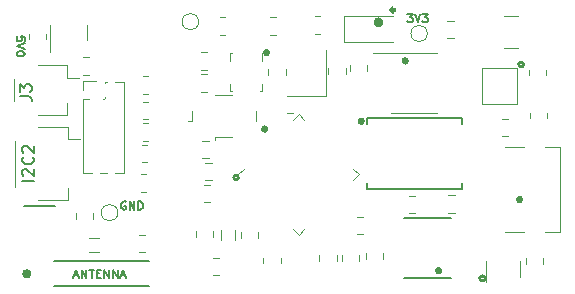
<source format=gbr>
%TF.GenerationSoftware,KiCad,Pcbnew,(6.0.7)*%
%TF.CreationDate,2022-10-28T10:56:42+02:00*%
%TF.ProjectId,LDAD ATOM PRO,4c444144-2041-4544-9f4d-2050524f2e6b,5.3*%
%TF.SameCoordinates,Original*%
%TF.FileFunction,Legend,Top*%
%TF.FilePolarity,Positive*%
%FSLAX46Y46*%
G04 Gerber Fmt 4.6, Leading zero omitted, Abs format (unit mm)*
G04 Created by KiCad (PCBNEW (6.0.7)) date 2022-10-28 10:56:42*
%MOMM*%
%LPD*%
G01*
G04 APERTURE LIST*
%ADD10C,0.280000*%
%ADD11C,0.340000*%
%ADD12C,0.150000*%
%ADD13C,0.120000*%
%ADD14C,0.127000*%
%ADD15C,0.381000*%
%ADD16C,0.300000*%
%ADD17C,0.200000*%
G04 APERTURE END LIST*
D10*
X152501050Y-107610000D02*
G75*
G03*
X152501050Y-107610000I-191050J0D01*
G01*
D11*
X147470799Y-86590000D02*
G75*
G03*
X147470799Y-86590000I-250799J0D01*
G01*
D10*
X149671050Y-89850000D02*
G75*
G03*
X149671050Y-89850000I-191050J0D01*
G01*
X137931050Y-89150000D02*
G75*
G03*
X137931050Y-89150000I-191050J0D01*
G01*
X156248694Y-108268951D02*
G75*
G03*
X156248694Y-108268951I-218694J0D01*
G01*
X159351050Y-101590000D02*
G75*
G03*
X159351050Y-101590000I-191050J0D01*
G01*
X145951050Y-94970000D02*
G75*
G03*
X145951050Y-94970000I-191050J0D01*
G01*
X135361050Y-99730000D02*
G75*
G03*
X135361050Y-99730000I-191050J0D01*
G01*
X159501050Y-90160000D02*
G75*
G03*
X159501050Y-90160000I-191050J0D01*
G01*
X137771050Y-95630000D02*
G75*
G03*
X137771050Y-95630000I-191050J0D01*
G01*
D12*
X117273333Y-88143333D02*
X117273333Y-87810000D01*
X116940000Y-87776666D01*
X116973333Y-87810000D01*
X117006666Y-87876666D01*
X117006666Y-88043333D01*
X116973333Y-88110000D01*
X116940000Y-88143333D01*
X116873333Y-88176666D01*
X116706666Y-88176666D01*
X116640000Y-88143333D01*
X116606666Y-88110000D01*
X116573333Y-88043333D01*
X116573333Y-87876666D01*
X116606666Y-87810000D01*
X116640000Y-87776666D01*
X117273333Y-88376666D02*
X116573333Y-88610000D01*
X117273333Y-88843333D01*
X117273333Y-89210000D02*
X117273333Y-89276666D01*
X117240000Y-89343333D01*
X117206666Y-89376666D01*
X117140000Y-89410000D01*
X117006666Y-89443333D01*
X116840000Y-89443333D01*
X116706666Y-89410000D01*
X116640000Y-89376666D01*
X116606666Y-89343333D01*
X116573333Y-89276666D01*
X116573333Y-89210000D01*
X116606666Y-89143333D01*
X116640000Y-89110000D01*
X116706666Y-89076666D01*
X116840000Y-89043333D01*
X117006666Y-89043333D01*
X117140000Y-89076666D01*
X117206666Y-89110000D01*
X117240000Y-89143333D01*
X117273333Y-89210000D01*
X121460000Y-108016666D02*
X121793333Y-108016666D01*
X121393333Y-108216666D02*
X121626666Y-107516666D01*
X121860000Y-108216666D01*
X122093333Y-108216666D02*
X122093333Y-107516666D01*
X122493333Y-108216666D01*
X122493333Y-107516666D01*
X122726666Y-107516666D02*
X123126666Y-107516666D01*
X122926666Y-108216666D02*
X122926666Y-107516666D01*
X123360000Y-107850000D02*
X123593333Y-107850000D01*
X123693333Y-108216666D02*
X123360000Y-108216666D01*
X123360000Y-107516666D01*
X123693333Y-107516666D01*
X123993333Y-108216666D02*
X123993333Y-107516666D01*
X124393333Y-108216666D01*
X124393333Y-107516666D01*
X124726666Y-108216666D02*
X124726666Y-107516666D01*
X125126666Y-108216666D01*
X125126666Y-107516666D01*
X125426666Y-108016666D02*
X125760000Y-108016666D01*
X125360000Y-108216666D02*
X125593333Y-107516666D01*
X125826666Y-108216666D01*
X149673333Y-85866666D02*
X150106666Y-85866666D01*
X149873333Y-86133333D01*
X149973333Y-86133333D01*
X150040000Y-86166666D01*
X150073333Y-86200000D01*
X150106666Y-86266666D01*
X150106666Y-86433333D01*
X150073333Y-86500000D01*
X150040000Y-86533333D01*
X149973333Y-86566666D01*
X149773333Y-86566666D01*
X149706666Y-86533333D01*
X149673333Y-86500000D01*
X150306666Y-85866666D02*
X150540000Y-86566666D01*
X150773333Y-85866666D01*
X150940000Y-85866666D02*
X151373333Y-85866666D01*
X151140000Y-86133333D01*
X151240000Y-86133333D01*
X151306666Y-86166666D01*
X151340000Y-86200000D01*
X151373333Y-86266666D01*
X151373333Y-86433333D01*
X151340000Y-86500000D01*
X151306666Y-86533333D01*
X151240000Y-86566666D01*
X151040000Y-86566666D01*
X150973333Y-86533333D01*
X150940000Y-86500000D01*
X125816666Y-101780000D02*
X125750000Y-101746666D01*
X125650000Y-101746666D01*
X125550000Y-101780000D01*
X125483333Y-101846666D01*
X125450000Y-101913333D01*
X125416666Y-102046666D01*
X125416666Y-102146666D01*
X125450000Y-102280000D01*
X125483333Y-102346666D01*
X125550000Y-102413333D01*
X125650000Y-102446666D01*
X125716666Y-102446666D01*
X125816666Y-102413333D01*
X125850000Y-102380000D01*
X125850000Y-102146666D01*
X125716666Y-102146666D01*
X126150000Y-102446666D02*
X126150000Y-101746666D01*
X126550000Y-102446666D01*
X126550000Y-101746666D01*
X126883333Y-102446666D02*
X126883333Y-101746666D01*
X127050000Y-101746666D01*
X127150000Y-101780000D01*
X127216666Y-101846666D01*
X127250000Y-101913333D01*
X127283333Y-102046666D01*
X127283333Y-102146666D01*
X127250000Y-102280000D01*
X127216666Y-102346666D01*
X127150000Y-102413333D01*
X127050000Y-102446666D01*
X126883333Y-102446666D01*
%TO.C,I2C2*%
X118052380Y-100002380D02*
X117052380Y-100002380D01*
X117147619Y-99573809D02*
X117100000Y-99526190D01*
X117052380Y-99430952D01*
X117052380Y-99192857D01*
X117100000Y-99097619D01*
X117147619Y-99050000D01*
X117242857Y-99002380D01*
X117338095Y-99002380D01*
X117480952Y-99050000D01*
X118052380Y-99621428D01*
X118052380Y-99002380D01*
X117957142Y-98002380D02*
X118004761Y-98050000D01*
X118052380Y-98192857D01*
X118052380Y-98288095D01*
X118004761Y-98430952D01*
X117909523Y-98526190D01*
X117814285Y-98573809D01*
X117623809Y-98621428D01*
X117480952Y-98621428D01*
X117290476Y-98573809D01*
X117195238Y-98526190D01*
X117100000Y-98430952D01*
X117052380Y-98288095D01*
X117052380Y-98192857D01*
X117100000Y-98050000D01*
X117147619Y-98002380D01*
X117147619Y-97621428D02*
X117100000Y-97573809D01*
X117052380Y-97478571D01*
X117052380Y-97240476D01*
X117100000Y-97145238D01*
X117147619Y-97097619D01*
X117242857Y-97050000D01*
X117338095Y-97050000D01*
X117480952Y-97097619D01*
X118052380Y-97669047D01*
X118052380Y-97050000D01*
%TO.C,J3*%
X116852380Y-92843333D02*
X117566666Y-92843333D01*
X117709523Y-92890952D01*
X117804761Y-92986190D01*
X117852380Y-93129047D01*
X117852380Y-93224285D01*
X116852380Y-92462380D02*
X116852380Y-91843333D01*
X117233333Y-92176666D01*
X117233333Y-92033809D01*
X117280952Y-91938571D01*
X117328571Y-91890952D01*
X117423809Y-91843333D01*
X117661904Y-91843333D01*
X117757142Y-91890952D01*
X117804761Y-91938571D01*
X117852380Y-92033809D01*
X117852380Y-92319523D01*
X117804761Y-92414761D01*
X117757142Y-92462380D01*
%TO.C,*%
D13*
%TO.C,I2C2*%
X116455000Y-96610000D02*
X116455000Y-100490000D01*
X118425000Y-95440000D02*
X120925000Y-95440000D01*
X118425000Y-101660000D02*
X120925000Y-101660000D01*
X120925000Y-95440000D02*
X120925000Y-96490000D01*
X120925000Y-101660000D02*
X120925000Y-100610000D01*
X120925000Y-96490000D02*
X121915000Y-96490000D01*
%TO.C,J3*%
X120865000Y-91280000D02*
X121855000Y-91280000D01*
X118365000Y-94450000D02*
X120865000Y-94450000D01*
X120865000Y-94450000D02*
X120865000Y-93400000D01*
X118365000Y-90230000D02*
X120865000Y-90230000D01*
X116395000Y-91400000D02*
X116395000Y-93280000D01*
X120865000Y-90230000D02*
X120865000Y-91280000D01*
%TO.C,EC20*%
X133225000Y-104278748D02*
X133225000Y-104801252D01*
X131755000Y-104278748D02*
X131755000Y-104801252D01*
%TO.C,EC18*%
X142225000Y-106801252D02*
X142225000Y-106278748D01*
X143695000Y-106801252D02*
X143695000Y-106278748D01*
%TO.C,AUC1*%
X147595000Y-106138748D02*
X147595000Y-106661252D01*
X146125000Y-106138748D02*
X146125000Y-106661252D01*
%TO.C,AR1*%
X161425000Y-90622936D02*
X161425000Y-91077064D01*
X159955000Y-90622936D02*
X159955000Y-91077064D01*
%TO.C,EC25*%
X149828748Y-102745000D02*
X150351252Y-102745000D01*
X149828748Y-101275000D02*
X150351252Y-101275000D01*
%TO.C,LR1*%
X141812936Y-86075000D02*
X142267064Y-86075000D01*
X141812936Y-87545000D02*
X142267064Y-87545000D01*
%TO.C,ECY3*%
X134820000Y-96312500D02*
X133420000Y-96312500D01*
X133420000Y-96312500D02*
X133420000Y-96552500D01*
X133420000Y-92712500D02*
X134820000Y-92712500D01*
X131120000Y-94912500D02*
X131420000Y-94912500D01*
X131420000Y-94912500D02*
X131420000Y-94112500D01*
X136820000Y-94112500D02*
X136820000Y-94912500D01*
%TO.C,EC60*%
X132741252Y-92465000D02*
X132218748Y-92465000D01*
X132741252Y-90995000D02*
X132218748Y-90995000D01*
%TO.C,EC61*%
X132841252Y-96615000D02*
X132318748Y-96615000D01*
X132841252Y-98085000D02*
X132318748Y-98085000D01*
%TO.C,J1*%
X123868471Y-93085000D02*
X124011529Y-93085000D01*
X122175000Y-92325000D02*
X122175000Y-91565000D01*
X123612530Y-99370000D02*
X124267470Y-99370000D01*
X125705000Y-91630000D02*
X125705000Y-99370000D01*
X124065000Y-91630000D02*
X124267470Y-91630000D01*
X122175000Y-91565000D02*
X123305000Y-91565000D01*
X124065000Y-91761529D02*
X124065000Y-91630000D01*
X122175000Y-93085000D02*
X122741529Y-93085000D01*
X124882530Y-91630000D02*
X125705000Y-91630000D01*
X122175000Y-93085000D02*
X122175000Y-99370000D01*
X122175000Y-99370000D02*
X122997470Y-99370000D01*
X124065000Y-93031529D02*
X124065000Y-92888471D01*
X124882530Y-99370000D02*
X125705000Y-99370000D01*
%TO.C,ESP32S3*%
X139990432Y-94824308D02*
X140450051Y-94364689D01*
X140909670Y-104115692D02*
X140450051Y-104575311D01*
X145555362Y-99470000D02*
X145095743Y-99010381D01*
X140450051Y-104575311D02*
X139990432Y-104115692D01*
X135804359Y-99010381D02*
X135344740Y-99470000D01*
X140450051Y-94364689D02*
X140909670Y-94824308D01*
X145095743Y-99929619D02*
X145555362Y-99470000D01*
%TO.C,ER1*%
X138955000Y-106969564D02*
X138955000Y-106515436D01*
X137485000Y-106969564D02*
X137485000Y-106515436D01*
%TO.C,ER3*%
X122222936Y-89535000D02*
X122677064Y-89535000D01*
X122222936Y-91005000D02*
X122677064Y-91005000D01*
%TO.C,EC38*%
X126928748Y-106055000D02*
X127451252Y-106055000D01*
X126928748Y-104585000D02*
X127451252Y-104585000D01*
%TO.C,J2*%
X162620000Y-104360000D02*
X161360000Y-104360000D01*
X162620000Y-97140000D02*
X162620000Y-104360000D01*
X159560000Y-104360000D02*
X157920000Y-104360000D01*
X159560000Y-97140000D02*
X157900000Y-97140000D01*
X161360000Y-97140000D02*
X162620000Y-97140000D01*
%TO.C,SHC1*%
X161185000Y-107021252D02*
X161185000Y-106498748D01*
X159715000Y-107021252D02*
X159715000Y-106498748D01*
%TO.C,PSR1*%
X146275000Y-90687064D02*
X146275000Y-90232936D01*
X144805000Y-90687064D02*
X144805000Y-90232936D01*
%TO.C,SH1*%
X159170000Y-108110000D02*
X159170000Y-106810000D01*
X156350000Y-108550000D02*
X156350000Y-106810000D01*
D14*
%TO.C,J20*%
X119795000Y-102160000D02*
X117195000Y-102160000D01*
D13*
%TO.C,EC26*%
X145388748Y-104505000D02*
X145911252Y-104505000D01*
X145388748Y-103035000D02*
X145911252Y-103035000D01*
%TO.C,AC1*%
X153581252Y-87925000D02*
X153058748Y-87925000D01*
X153581252Y-86455000D02*
X153058748Y-86455000D01*
%TO.C,EC40*%
X135545000Y-104831252D02*
X135545000Y-104308748D01*
X137015000Y-104831252D02*
X137015000Y-104308748D01*
%TO.C,TP2*%
X151360000Y-87530000D02*
G75*
G03*
X151360000Y-87530000I-700000J0D01*
G01*
%TO.C,EC17*%
X145605000Y-106781252D02*
X145605000Y-106258748D01*
X144135000Y-106781252D02*
X144135000Y-106258748D01*
%TO.C,AL1*%
X157817936Y-88760000D02*
X159022064Y-88760000D01*
X157817936Y-86040000D02*
X159022064Y-86040000D01*
%TO.C,EPS1*%
X150190000Y-94290000D02*
X148240000Y-94290000D01*
X150190000Y-89170000D02*
X146740000Y-89170000D01*
X150190000Y-89170000D02*
X152140000Y-89170000D01*
X150190000Y-94290000D02*
X152140000Y-94290000D01*
%TO.C,ICR1*%
X133772936Y-86155000D02*
X134227064Y-86155000D01*
X133772936Y-87625000D02*
X134227064Y-87625000D01*
D14*
%TO.C,ANT1*%
X119790000Y-106830000D02*
X127790000Y-106830000D01*
X127790000Y-108930000D02*
X119790000Y-108930000D01*
D15*
X117630500Y-107880000D02*
G75*
G03*
X117630500Y-107880000I-190500J0D01*
G01*
D13*
%TO.C,EC16*%
X139488748Y-94305000D02*
X140011252Y-94305000D01*
X139488748Y-92835000D02*
X140011252Y-92835000D01*
%TO.C,IMUC1*%
X132198748Y-89135000D02*
X132721252Y-89135000D01*
X132198748Y-90605000D02*
X132721252Y-90605000D01*
%TO.C,Q5*%
X119430000Y-87460000D02*
X119430000Y-89135000D01*
X122550000Y-87460000D02*
X122550000Y-86810000D01*
X122550000Y-87460000D02*
X122550000Y-88110000D01*
X119430000Y-87460000D02*
X119430000Y-86810000D01*
%TO.C,EC51*%
X142985000Y-90961252D02*
X142985000Y-90438748D01*
X144455000Y-90961252D02*
X144455000Y-90438748D01*
%TO.C,EC15*%
X132438748Y-100335000D02*
X132961252Y-100335000D01*
X132438748Y-101805000D02*
X132961252Y-101805000D01*
%TO.C,TP3*%
X125150000Y-102705000D02*
G75*
G03*
X125150000Y-102705000I-700000J0D01*
G01*
%TO.C,IDR1*%
X138052936Y-87635000D02*
X138507064Y-87635000D01*
X138052936Y-86165000D02*
X138507064Y-86165000D01*
%TO.C,QR1*%
X119085000Y-88007064D02*
X119085000Y-87552936D01*
X117615000Y-88007064D02*
X117615000Y-87552936D01*
%TO.C,L2*%
X133920000Y-105009622D02*
X133920000Y-104210378D01*
X135040000Y-105009622D02*
X135040000Y-104210378D01*
%TO.C,AC2*%
X158211252Y-96205000D02*
X157688748Y-96205000D01*
X158211252Y-94735000D02*
X157688748Y-94735000D01*
%TO.C,LED1*%
X144325000Y-88235000D02*
X148410000Y-88235000D01*
X144325000Y-86065000D02*
X144325000Y-88235000D01*
X148410000Y-86065000D02*
X144325000Y-86065000D01*
D16*
X148596496Y-85543504D02*
G75*
G03*
X148596496Y-85543504I-161496J0D01*
G01*
D13*
%TO.C,EC19*%
X133691252Y-107995000D02*
X133168748Y-107995000D01*
X133691252Y-106525000D02*
X133168748Y-106525000D01*
%TO.C,EC14*%
X132568748Y-98485000D02*
X133091252Y-98485000D01*
X132568748Y-99955000D02*
X133091252Y-99955000D01*
%TO.C,AU1*%
X158975000Y-93485000D02*
X155975000Y-93485000D01*
X155975000Y-93485000D02*
X155975000Y-90485000D01*
X155975000Y-90485000D02*
X158975000Y-90485000D01*
X158975000Y-90485000D02*
X158975000Y-93485000D01*
D17*
X159445011Y-90135000D02*
G75*
G03*
X159445011Y-90135000I-200006J0D01*
G01*
D13*
%TO.C,EXP_R3*%
X127657064Y-96945000D02*
X127202936Y-96945000D01*
X127657064Y-98415000D02*
X127202936Y-98415000D01*
%TO.C,EC50*%
X137885000Y-91061252D02*
X137885000Y-90538748D01*
X139355000Y-91061252D02*
X139355000Y-90538748D01*
D17*
%TO.C,ESP_FLASH1*%
X146290000Y-95160000D02*
X146290000Y-94660000D01*
X146290000Y-100660000D02*
X154290000Y-100660000D01*
X154290000Y-94660000D02*
X154290000Y-95160000D01*
X146290000Y-94660000D02*
X154290000Y-94660000D01*
X154290000Y-100660000D02*
X154290000Y-100160000D01*
X146290000Y-100160000D02*
X146290000Y-100660000D01*
X145890000Y-94910000D02*
G75*
G03*
X145890000Y-94910000I-100000J0D01*
G01*
D13*
%TO.C,EXP_R4*%
X127547064Y-99445000D02*
X127092936Y-99445000D01*
X127547064Y-100915000D02*
X127092936Y-100915000D01*
%TO.C,EC37*%
X121585000Y-103221252D02*
X121585000Y-102698748D01*
X123055000Y-103221252D02*
X123055000Y-102698748D01*
%TO.C,EL4*%
X122750378Y-105990000D02*
X123549622Y-105990000D01*
X122750378Y-104870000D02*
X123549622Y-104870000D01*
%TO.C,AR2*%
X161485000Y-94232936D02*
X161485000Y-94687064D01*
X160015000Y-94232936D02*
X160015000Y-94687064D01*
%TO.C,EXP_R2*%
X127717064Y-96605000D02*
X127262936Y-96605000D01*
X127717064Y-95135000D02*
X127262936Y-95135000D01*
%TO.C,EXP_R1*%
X127737064Y-93315000D02*
X127282936Y-93315000D01*
X127737064Y-94785000D02*
X127282936Y-94785000D01*
D14*
%TO.C,U2*%
X153395000Y-103160000D02*
X149405000Y-103160000D01*
X153395000Y-108200000D02*
X149405000Y-108200000D01*
D17*
X155950000Y-108175000D02*
G75*
G03*
X155950000Y-108175000I-100000J0D01*
G01*
D13*
%TO.C,IMU1*%
X134650000Y-92440000D02*
X134800000Y-92440000D01*
X137370000Y-92440000D02*
X137220000Y-92440000D01*
X134650000Y-89220000D02*
X134800000Y-89220000D01*
X134650000Y-91790000D02*
X134650000Y-92440000D01*
X137370000Y-89870000D02*
X137370000Y-89220000D01*
X137370000Y-91790000D02*
X137370000Y-92440000D01*
X134650000Y-89870000D02*
X134650000Y-89220000D01*
%TO.C,ER2*%
X127292936Y-92635000D02*
X127747064Y-92635000D01*
X127292936Y-91165000D02*
X127747064Y-91165000D01*
%TO.C,EC24*%
X153661252Y-102715000D02*
X153138748Y-102715000D01*
X153661252Y-101245000D02*
X153138748Y-101245000D01*
%TO.C,ECY2*%
X142760000Y-92850000D02*
X142760000Y-88950000D01*
X139560000Y-92850000D02*
X142760000Y-92850000D01*
%TO.C,TP1*%
X131990000Y-86530000D02*
G75*
G03*
X131990000Y-86530000I-700000J0D01*
G01*
%TD*%
M02*

</source>
